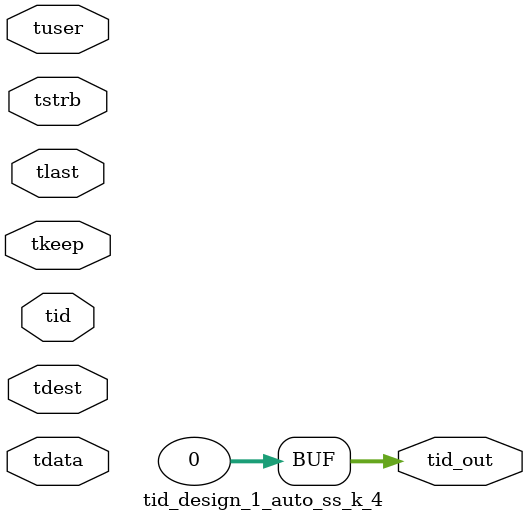
<source format=v>


`timescale 1ps/1ps

module tid_design_1_auto_ss_k_4 #
(
parameter C_S_AXIS_TID_WIDTH   = 1,
parameter C_S_AXIS_TUSER_WIDTH = 0,
parameter C_S_AXIS_TDATA_WIDTH = 0,
parameter C_S_AXIS_TDEST_WIDTH = 0,
parameter C_M_AXIS_TID_WIDTH   = 32
)
(
input  [(C_S_AXIS_TID_WIDTH   == 0 ? 1 : C_S_AXIS_TID_WIDTH)-1:0       ] tid,
input  [(C_S_AXIS_TDATA_WIDTH == 0 ? 1 : C_S_AXIS_TDATA_WIDTH)-1:0     ] tdata,
input  [(C_S_AXIS_TUSER_WIDTH == 0 ? 1 : C_S_AXIS_TUSER_WIDTH)-1:0     ] tuser,
input  [(C_S_AXIS_TDEST_WIDTH == 0 ? 1 : C_S_AXIS_TDEST_WIDTH)-1:0     ] tdest,
input  [(C_S_AXIS_TDATA_WIDTH/8)-1:0 ] tkeep,
input  [(C_S_AXIS_TDATA_WIDTH/8)-1:0 ] tstrb,
input                                                                    tlast,
output [(C_M_AXIS_TID_WIDTH   == 0 ? 1 : C_M_AXIS_TID_WIDTH)-1:0       ] tid_out
);

assign tid_out = {1'b0};

endmodule


</source>
